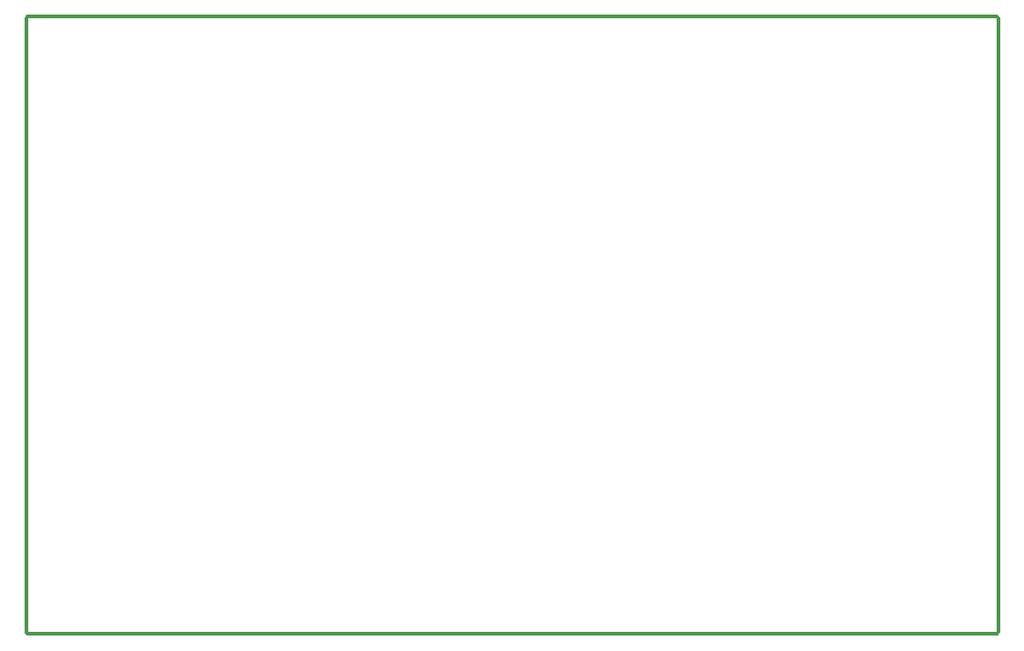
<source format=gko>
G04*
G04 #@! TF.GenerationSoftware,Altium Limited,Altium Designer,21.0.9 (235)*
G04*
G04 Layer_Color=16711935*
%FSLAX44Y44*%
%MOMM*%
G71*
G04*
G04 #@! TF.SameCoordinates,2588B0E2-F362-4AB3-B6B3-F61507E4C0EF*
G04*
G04*
G04 #@! TF.FilePolarity,Positive*
G04*
G01*
G75*
%ADD52C,0.3000*%
D52*
X901500Y570000D02*
G03*
X900000Y571500I-1500J0D01*
G01*
X901500Y570000D02*
G03*
X900000Y571500I-1500J0D01*
G01*
X900000Y-1500D02*
G03*
X901500Y-0I0J1500D01*
G01*
X900000Y-1500D02*
G03*
X901500Y-0I0J1500D01*
G01*
X-0Y571500D02*
G03*
X-1500Y570000I0J-1500D01*
G01*
X-0Y571500D02*
G03*
X-1500Y570000I0J-1500D01*
G01*
X-1500Y0D02*
G03*
X0Y-1500I1500J0D01*
G01*
X-1500Y0D02*
G03*
X0Y-1500I1500J0D01*
G01*
X901500Y570000D02*
X901500Y-0D01*
X-0Y571500D02*
X900000Y571500D01*
X0Y-1500D02*
X900000Y-1500D01*
X-1500Y570000D02*
X-1500Y0D01*
M02*

</source>
